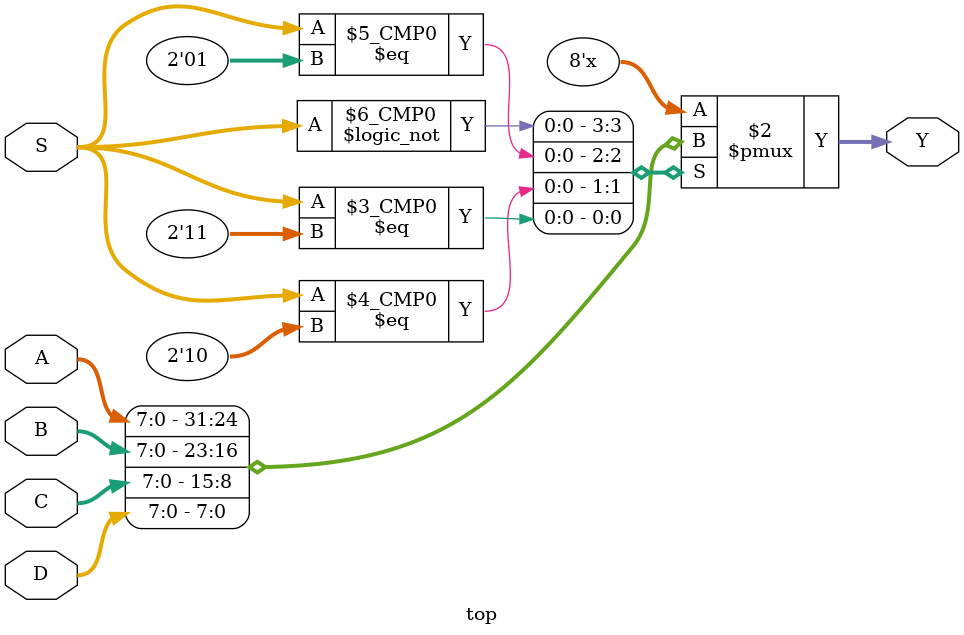
<source format=v>
module top (
        input [1:0] S,
        input [7:0] A, B, C, D,
        output reg [7:0] Y
);
        always @* begin
                case (S)
                        2'b00: Y <= A;
                        2'b01: Y <= B;
                        2'b10: Y <= C;
                        2'b11: Y <= D;
                endcase
        end
endmodule

</source>
